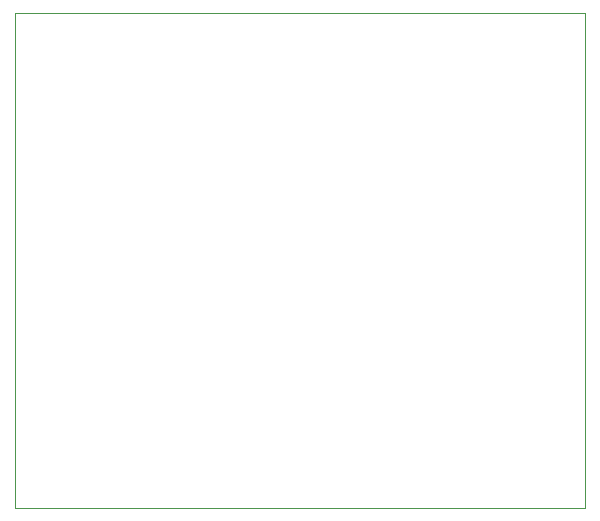
<source format=gbr>
%TF.GenerationSoftware,KiCad,Pcbnew,(6.0.0)*%
%TF.CreationDate,2022-01-08T23:02:58+00:00*%
%TF.ProjectId,2Relay,3252656c-6179-42e6-9b69-6361645f7063,rev?*%
%TF.SameCoordinates,Original*%
%TF.FileFunction,Profile,NP*%
%FSLAX46Y46*%
G04 Gerber Fmt 4.6, Leading zero omitted, Abs format (unit mm)*
G04 Created by KiCad (PCBNEW (6.0.0)) date 2022-01-08 23:02:58*
%MOMM*%
%LPD*%
G01*
G04 APERTURE LIST*
%TA.AperFunction,Profile*%
%ADD10C,0.100000*%
%TD*%
G04 APERTURE END LIST*
D10*
X81915000Y-78740000D02*
X81915000Y-46355000D01*
X81915000Y-85725000D02*
X81915000Y-88265000D01*
X130175000Y-88265000D02*
X81915000Y-88265000D01*
X130175000Y-46355000D02*
X130175000Y-88265000D01*
X81915000Y-46355000D02*
X130175000Y-46355000D01*
X81915000Y-84455000D02*
X81915000Y-85725000D01*
X81915000Y-84455000D02*
X81915000Y-78740000D01*
M02*

</source>
